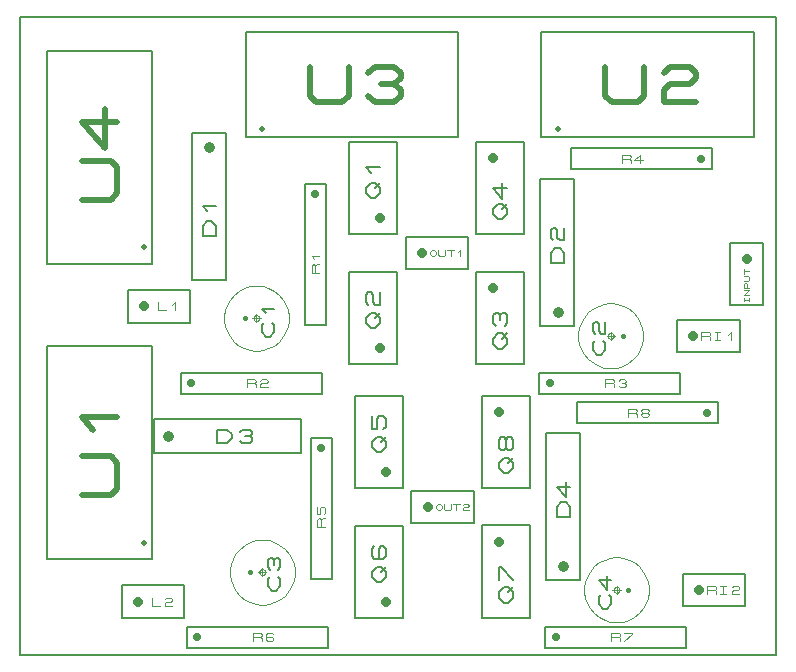
<source format=gbr>
G04 PROTEUS GERBER X2 FILE*
%TF.GenerationSoftware,Labcenter,Proteus,8.13-SP0-Build31525*%
%TF.CreationDate,2022-07-19T09:54:05+00:00*%
%TF.FileFunction,AssemblyDrawing,Top*%
%TF.FilePolarity,Positive*%
%TF.Part,Single*%
%TF.SameCoordinates,{6f39dd04-efa5-45c4-8082-559ce8106841}*%
%FSLAX45Y45*%
%MOMM*%
G01*
%TA.AperFunction,Material*%
%ADD19C,0.203200*%
%ADD28C,0.812800*%
%ADD29C,0.082550*%
%ADD72C,0.194730*%
%ADD73C,0.711200*%
%ADD30C,0.110230*%
%ADD31C,0.914400*%
%ADD32C,0.186690*%
%ADD33C,0.050000*%
%ADD34C,0.420000*%
%ADD35C,0.178220*%
%ADD36C,0.066040*%
%TA.AperFunction,Profile*%
%ADD18C,0.203200*%
%TA.AperFunction,Material*%
%ADD37C,0.508000*%
%ADD38C,0.490380*%
%TD.AperFunction*%
D19*
X-6137160Y+8262840D02*
X-5608840Y+8262840D01*
X-5608840Y+8537160D01*
X-6137160Y+8537160D01*
X-6137160Y+8262840D01*
D28*
X-6000000Y+8400000D02*
X-6000000Y+8400000D01*
D29*
X-5932690Y+8408255D02*
X-5914117Y+8424765D01*
X-5895543Y+8424765D01*
X-5876969Y+8408255D01*
X-5876969Y+8391745D01*
X-5895543Y+8375235D01*
X-5914117Y+8375235D01*
X-5932690Y+8391745D01*
X-5932690Y+8408255D01*
X-5858395Y+8424765D02*
X-5858395Y+8383490D01*
X-5849109Y+8375235D01*
X-5811961Y+8375235D01*
X-5802674Y+8383490D01*
X-5802674Y+8424765D01*
X-5784100Y+8424765D02*
X-5728379Y+8424765D01*
X-5756240Y+8424765D02*
X-5756240Y+8375235D01*
X-5691232Y+8408255D02*
X-5672658Y+8424765D01*
X-5672658Y+8375235D01*
D19*
X-6614160Y+8558840D02*
X-6212840Y+8558840D01*
X-6212840Y+9341160D01*
X-6614160Y+9341160D01*
X-6614160Y+8558840D01*
D28*
X-6350000Y+8696000D02*
X-6350000Y+8696000D01*
D72*
X-6432973Y+8863641D02*
X-6471920Y+8907455D01*
X-6471920Y+8951270D01*
X-6432973Y+8995085D01*
X-6394027Y+8995085D01*
X-6355080Y+8951270D01*
X-6355080Y+8907455D01*
X-6394027Y+8863641D01*
X-6432973Y+8863641D01*
X-6394027Y+8951270D02*
X-6355080Y+8995085D01*
X-6432973Y+9082714D02*
X-6471920Y+9126529D01*
X-6355080Y+9126529D01*
D19*
X-6614160Y+7458840D02*
X-6212840Y+7458840D01*
X-6212840Y+8241160D01*
X-6614160Y+8241160D01*
X-6614160Y+7458840D01*
D28*
X-6350000Y+7596000D02*
X-6350000Y+7596000D01*
D72*
X-6432973Y+7763641D02*
X-6471920Y+7807455D01*
X-6471920Y+7851270D01*
X-6432973Y+7895085D01*
X-6394027Y+7895085D01*
X-6355080Y+7851270D01*
X-6355080Y+7807455D01*
X-6394027Y+7763641D01*
X-6432973Y+7763641D01*
X-6394027Y+7851270D02*
X-6355080Y+7895085D01*
X-6452447Y+7960807D02*
X-6471920Y+7982714D01*
X-6471920Y+8048436D01*
X-6452447Y+8070344D01*
X-6432973Y+8070344D01*
X-6413500Y+8048436D01*
X-6413500Y+7982714D01*
X-6394027Y+7960807D01*
X-6355080Y+7960807D01*
X-6355080Y+8070344D01*
D19*
X-5537160Y+7462840D02*
X-5135840Y+7462840D01*
X-5135840Y+8245160D01*
X-5537160Y+8245160D01*
X-5537160Y+7462840D01*
D28*
X-5400000Y+8108000D02*
X-5400000Y+8108000D01*
D72*
X-5355973Y+7589841D02*
X-5394920Y+7633655D01*
X-5394920Y+7677470D01*
X-5355973Y+7721285D01*
X-5317027Y+7721285D01*
X-5278080Y+7677470D01*
X-5278080Y+7633655D01*
X-5317027Y+7589841D01*
X-5355973Y+7589841D01*
X-5317027Y+7677470D02*
X-5278080Y+7721285D01*
X-5375447Y+7787007D02*
X-5394920Y+7808914D01*
X-5394920Y+7874636D01*
X-5375447Y+7896544D01*
X-5355973Y+7896544D01*
X-5336500Y+7874636D01*
X-5317027Y+7896544D01*
X-5297553Y+7896544D01*
X-5278080Y+7874636D01*
X-5278080Y+7808914D01*
X-5297553Y+7787007D01*
X-5336500Y+7830822D02*
X-5336500Y+7874636D01*
D19*
X-5537160Y+8558840D02*
X-5135840Y+8558840D01*
X-5135840Y+9341160D01*
X-5537160Y+9341160D01*
X-5537160Y+8558840D01*
D28*
X-5400000Y+9204000D02*
X-5400000Y+9204000D01*
D72*
X-5355973Y+8685841D02*
X-5394920Y+8729655D01*
X-5394920Y+8773470D01*
X-5355973Y+8817285D01*
X-5317027Y+8817285D01*
X-5278080Y+8773470D01*
X-5278080Y+8729655D01*
X-5317027Y+8685841D01*
X-5355973Y+8685841D01*
X-5317027Y+8773470D02*
X-5278080Y+8817285D01*
X-5317027Y+8992544D02*
X-5317027Y+8861100D01*
X-5394920Y+8948729D01*
X-5278080Y+8948729D01*
D19*
X-6988900Y+7795100D02*
X-6811100Y+7795100D01*
X-6811100Y+8988900D01*
X-6988900Y+8988900D01*
X-6988900Y+7795100D01*
D73*
X-6900000Y+8900000D02*
X-6900000Y+8900000D01*
D30*
X-6866929Y+8230558D02*
X-6933070Y+8230558D01*
X-6933070Y+8292565D01*
X-6922047Y+8304967D01*
X-6911023Y+8304967D01*
X-6900000Y+8292565D01*
X-6900000Y+8230558D01*
X-6900000Y+8292565D02*
X-6888976Y+8304967D01*
X-6866929Y+8304967D01*
X-6911023Y+8354573D02*
X-6933070Y+8379376D01*
X-6866929Y+8379376D01*
D19*
X-7942240Y+8169700D02*
X-7655220Y+8169700D01*
X-7655220Y+9414300D01*
X-7942240Y+9414300D01*
X-7942240Y+8169700D01*
D31*
X-7800000Y+9300000D02*
X-7800000Y+9300000D01*
D32*
X-7742723Y+8543969D02*
X-7854737Y+8543969D01*
X-7854737Y+8627979D01*
X-7817399Y+8669984D01*
X-7780061Y+8669984D01*
X-7742723Y+8627979D01*
X-7742723Y+8543969D01*
X-7817399Y+8753995D02*
X-7854737Y+8796000D01*
X-7742723Y+8796000D01*
D19*
X-8038900Y+7211100D02*
X-6845100Y+7211100D01*
X-6845100Y+7388900D01*
X-8038900Y+7388900D01*
X-8038900Y+7211100D01*
D73*
X-7950000Y+7300000D02*
X-7950000Y+7300000D01*
D30*
X-7478982Y+7266929D02*
X-7478982Y+7333070D01*
X-7416975Y+7333070D01*
X-7404573Y+7322047D01*
X-7404573Y+7311023D01*
X-7416975Y+7300000D01*
X-7478982Y+7300000D01*
X-7416975Y+7300000D02*
X-7404573Y+7288976D01*
X-7404573Y+7266929D01*
X-7367369Y+7322047D02*
X-7354967Y+7333070D01*
X-7317763Y+7333070D01*
X-7305361Y+7322047D01*
X-7305361Y+7311023D01*
X-7317763Y+7300000D01*
X-7354967Y+7300000D01*
X-7367369Y+7288976D01*
X-7367369Y+7266929D01*
X-7305361Y+7266929D01*
D19*
X-4738900Y+9111100D02*
X-3545100Y+9111100D01*
X-3545100Y+9288900D01*
X-4738900Y+9288900D01*
X-4738900Y+9111100D01*
D73*
X-3634000Y+9200000D02*
X-3634000Y+9200000D01*
D30*
X-4303442Y+9166929D02*
X-4303442Y+9233070D01*
X-4241435Y+9233070D01*
X-4229033Y+9222047D01*
X-4229033Y+9211023D01*
X-4241435Y+9200000D01*
X-4303442Y+9200000D01*
X-4241435Y+9200000D02*
X-4229033Y+9188976D01*
X-4229033Y+9166929D01*
X-4129821Y+9188976D02*
X-4204230Y+9188976D01*
X-4154624Y+9233070D01*
X-4154624Y+9166929D01*
D19*
X-5004900Y+7211100D02*
X-3811100Y+7211100D01*
X-3811100Y+7388900D01*
X-5004900Y+7388900D01*
X-5004900Y+7211100D01*
D73*
X-4916000Y+7300000D02*
X-4916000Y+7300000D01*
D30*
X-4444982Y+7266929D02*
X-4444982Y+7333070D01*
X-4382975Y+7333070D01*
X-4370573Y+7322047D01*
X-4370573Y+7311023D01*
X-4382975Y+7300000D01*
X-4444982Y+7300000D01*
X-4382975Y+7300000D02*
X-4370573Y+7288976D01*
X-4370573Y+7266929D01*
X-4333369Y+7322047D02*
X-4320967Y+7333070D01*
X-4283763Y+7333070D01*
X-4271361Y+7322047D01*
X-4271361Y+7311023D01*
X-4283763Y+7300000D01*
X-4271361Y+7288976D01*
X-4271361Y+7277952D01*
X-4283763Y+7266929D01*
X-4320967Y+7266929D01*
X-4333369Y+7277952D01*
X-4308566Y+7300000D02*
X-4283763Y+7300000D01*
D33*
X-7125000Y+7850000D02*
X-7125891Y+7872117D01*
X-7133125Y+7916353D01*
X-7148216Y+7960589D01*
X-7172724Y+8004825D01*
X-7210152Y+8048954D01*
X-7254388Y+8083286D01*
X-7298624Y+8105632D01*
X-7342860Y+8118998D01*
X-7387096Y+8124697D01*
X-7400000Y+8125000D01*
X-7675000Y+7850000D02*
X-7674109Y+7872117D01*
X-7666875Y+7916353D01*
X-7651784Y+7960589D01*
X-7627276Y+8004825D01*
X-7589848Y+8048954D01*
X-7545612Y+8083286D01*
X-7501376Y+8105632D01*
X-7457140Y+8118998D01*
X-7412904Y+8124697D01*
X-7400000Y+8125000D01*
X-7675000Y+7850000D02*
X-7674109Y+7827883D01*
X-7666875Y+7783647D01*
X-7651784Y+7739411D01*
X-7627276Y+7695175D01*
X-7589848Y+7651046D01*
X-7545612Y+7616714D01*
X-7501376Y+7594368D01*
X-7457140Y+7581002D01*
X-7412904Y+7575303D01*
X-7400000Y+7575000D01*
X-7125000Y+7850000D02*
X-7125891Y+7827883D01*
X-7133125Y+7783647D01*
X-7148216Y+7739411D01*
X-7172724Y+7695175D01*
X-7210152Y+7651046D01*
X-7254388Y+7616714D01*
X-7298624Y+7594368D01*
X-7342860Y+7581002D01*
X-7387096Y+7575303D01*
X-7400000Y+7575000D01*
X-7375000Y+7850000D02*
X-7375086Y+7852076D01*
X-7375788Y+7856229D01*
X-7377258Y+7860382D01*
X-7379660Y+7864535D01*
X-7383333Y+7868634D01*
X-7387486Y+7871643D01*
X-7391639Y+7873560D01*
X-7395792Y+7874643D01*
X-7399945Y+7875000D01*
X-7400000Y+7875000D01*
X-7425000Y+7850000D02*
X-7424914Y+7852076D01*
X-7424212Y+7856229D01*
X-7422742Y+7860382D01*
X-7420340Y+7864535D01*
X-7416667Y+7868634D01*
X-7412514Y+7871643D01*
X-7408361Y+7873560D01*
X-7404208Y+7874643D01*
X-7400055Y+7875000D01*
X-7400000Y+7875000D01*
X-7425000Y+7850000D02*
X-7424914Y+7847924D01*
X-7424212Y+7843771D01*
X-7422742Y+7839618D01*
X-7420340Y+7835465D01*
X-7416667Y+7831366D01*
X-7412514Y+7828357D01*
X-7408361Y+7826440D01*
X-7404208Y+7825357D01*
X-7400055Y+7825000D01*
X-7400000Y+7825000D01*
X-7375000Y+7850000D02*
X-7375086Y+7847924D01*
X-7375788Y+7843771D01*
X-7377258Y+7839618D01*
X-7379660Y+7835465D01*
X-7383333Y+7831366D01*
X-7387486Y+7828357D01*
X-7391639Y+7826440D01*
X-7395792Y+7825357D01*
X-7399945Y+7825000D01*
X-7400000Y+7825000D01*
X-7365000Y+7850000D02*
X-7435000Y+7850000D01*
X-7400000Y+7885000D02*
X-7400000Y+7815000D01*
D34*
X-7500000Y+7850000D02*
X-7500000Y+7850000D01*
D35*
X-7265104Y+7809899D02*
X-7247282Y+7789848D01*
X-7247282Y+7729697D01*
X-7282927Y+7689597D01*
X-7318572Y+7689597D01*
X-7354217Y+7729697D01*
X-7354217Y+7789848D01*
X-7336395Y+7809899D01*
X-7318572Y+7890100D02*
X-7354217Y+7930201D01*
X-7247282Y+7930201D01*
D33*
X-4125000Y+7700000D02*
X-4125891Y+7722117D01*
X-4133125Y+7766353D01*
X-4148216Y+7810589D01*
X-4172724Y+7854825D01*
X-4210152Y+7898954D01*
X-4254388Y+7933286D01*
X-4298624Y+7955632D01*
X-4342860Y+7968998D01*
X-4387096Y+7974697D01*
X-4400000Y+7975000D01*
X-4675000Y+7700000D02*
X-4674109Y+7722117D01*
X-4666875Y+7766353D01*
X-4651784Y+7810589D01*
X-4627276Y+7854825D01*
X-4589848Y+7898954D01*
X-4545612Y+7933286D01*
X-4501376Y+7955632D01*
X-4457140Y+7968998D01*
X-4412904Y+7974697D01*
X-4400000Y+7975000D01*
X-4675000Y+7700000D02*
X-4674109Y+7677883D01*
X-4666875Y+7633647D01*
X-4651784Y+7589411D01*
X-4627276Y+7545175D01*
X-4589848Y+7501046D01*
X-4545612Y+7466714D01*
X-4501376Y+7444368D01*
X-4457140Y+7431002D01*
X-4412904Y+7425303D01*
X-4400000Y+7425000D01*
X-4125000Y+7700000D02*
X-4125891Y+7677883D01*
X-4133125Y+7633647D01*
X-4148216Y+7589411D01*
X-4172724Y+7545175D01*
X-4210152Y+7501046D01*
X-4254388Y+7466714D01*
X-4298624Y+7444368D01*
X-4342860Y+7431002D01*
X-4387096Y+7425303D01*
X-4400000Y+7425000D01*
X-4375000Y+7700000D02*
X-4375086Y+7702076D01*
X-4375788Y+7706229D01*
X-4377258Y+7710382D01*
X-4379660Y+7714535D01*
X-4383333Y+7718634D01*
X-4387486Y+7721643D01*
X-4391639Y+7723560D01*
X-4395792Y+7724643D01*
X-4399945Y+7725000D01*
X-4400000Y+7725000D01*
X-4425000Y+7700000D02*
X-4424914Y+7702076D01*
X-4424212Y+7706229D01*
X-4422742Y+7710382D01*
X-4420340Y+7714535D01*
X-4416667Y+7718634D01*
X-4412514Y+7721643D01*
X-4408361Y+7723560D01*
X-4404208Y+7724643D01*
X-4400055Y+7725000D01*
X-4400000Y+7725000D01*
X-4425000Y+7700000D02*
X-4424914Y+7697924D01*
X-4424212Y+7693771D01*
X-4422742Y+7689618D01*
X-4420340Y+7685465D01*
X-4416667Y+7681366D01*
X-4412514Y+7678357D01*
X-4408361Y+7676440D01*
X-4404208Y+7675357D01*
X-4400055Y+7675000D01*
X-4400000Y+7675000D01*
X-4375000Y+7700000D02*
X-4375086Y+7697924D01*
X-4375788Y+7693771D01*
X-4377258Y+7689618D01*
X-4379660Y+7685465D01*
X-4383333Y+7681366D01*
X-4387486Y+7678357D01*
X-4391639Y+7676440D01*
X-4395792Y+7675357D01*
X-4399945Y+7675000D01*
X-4400000Y+7675000D01*
X-4435000Y+7700000D02*
X-4365000Y+7700000D01*
X-4400000Y+7665000D02*
X-4400000Y+7735000D01*
D34*
X-4300000Y+7700000D02*
X-4300000Y+7700000D01*
D35*
X-4463604Y+7659899D02*
X-4445782Y+7639848D01*
X-4445782Y+7579697D01*
X-4481427Y+7539597D01*
X-4517072Y+7539597D01*
X-4552717Y+7579697D01*
X-4552717Y+7639848D01*
X-4534895Y+7659899D01*
X-4534895Y+7720050D02*
X-4552717Y+7740100D01*
X-4552717Y+7800251D01*
X-4534895Y+7820302D01*
X-4517072Y+7820302D01*
X-4499250Y+7800251D01*
X-4499250Y+7740100D01*
X-4481427Y+7720050D01*
X-4445782Y+7720050D01*
X-4445782Y+7820302D01*
D19*
X-4994780Y+7785700D02*
X-4707760Y+7785700D01*
X-4707760Y+9030300D01*
X-4994780Y+9030300D01*
X-4994780Y+7785700D01*
D31*
X-4850000Y+7900000D02*
X-4850000Y+7900000D01*
D32*
X-4795263Y+8319989D02*
X-4907277Y+8319989D01*
X-4907277Y+8403999D01*
X-4869939Y+8446004D01*
X-4832601Y+8446004D01*
X-4795263Y+8403999D01*
X-4795263Y+8319989D01*
X-4888608Y+8509012D02*
X-4907277Y+8530015D01*
X-4907277Y+8593023D01*
X-4888608Y+8614025D01*
X-4869939Y+8614025D01*
X-4851270Y+8593023D01*
X-4851270Y+8530015D01*
X-4832601Y+8509012D01*
X-4795263Y+8509012D01*
X-4795263Y+8614025D01*
D19*
X-8491160Y+7812840D02*
X-7962840Y+7812840D01*
X-7962840Y+8087160D01*
X-8491160Y+8087160D01*
X-8491160Y+7812840D01*
D28*
X-8354000Y+7950000D02*
X-8354000Y+7950000D01*
D30*
X-8237159Y+7983019D02*
X-8237159Y+7916980D01*
X-8162865Y+7916980D01*
X-8113336Y+7961006D02*
X-8088571Y+7983019D01*
X-8088571Y+7916980D01*
D19*
X-3837160Y+7562840D02*
X-3308840Y+7562840D01*
X-3308840Y+7837160D01*
X-3837160Y+7837160D01*
X-3837160Y+7562840D01*
D28*
X-3700000Y+7700000D02*
X-3700000Y+7700000D01*
D30*
X-3632688Y+7666980D02*
X-3632688Y+7733019D01*
X-3570777Y+7733019D01*
X-3558394Y+7722013D01*
X-3558394Y+7711006D01*
X-3570777Y+7700000D01*
X-3632688Y+7700000D01*
X-3570777Y+7700000D02*
X-3558394Y+7688993D01*
X-3558394Y+7666980D01*
X-3521247Y+7733019D02*
X-3471718Y+7733019D01*
X-3496482Y+7733019D02*
X-3496482Y+7666980D01*
X-3521247Y+7666980D02*
X-3471718Y+7666980D01*
X-3409806Y+7711006D02*
X-3385041Y+7733019D01*
X-3385041Y+7666980D01*
D19*
X-3387160Y+7958840D02*
X-3112840Y+7958840D01*
X-3112840Y+8487160D01*
X-3387160Y+8487160D01*
X-3387160Y+7958840D01*
D28*
X-3250000Y+8350000D02*
X-3250000Y+8350000D01*
D36*
X-3269812Y+7992939D02*
X-3269812Y+8022657D01*
X-3269812Y+8007798D02*
X-3230188Y+8007798D01*
X-3230188Y+7992939D02*
X-3230188Y+8022657D01*
X-3230188Y+8044946D02*
X-3269812Y+8044946D01*
X-3230188Y+8089523D01*
X-3269812Y+8089523D01*
X-3230188Y+8104382D02*
X-3269812Y+8104382D01*
X-3269812Y+8141529D01*
X-3263208Y+8148959D01*
X-3256604Y+8148959D01*
X-3250000Y+8141529D01*
X-3250000Y+8104382D01*
X-3269812Y+8163818D02*
X-3236792Y+8163818D01*
X-3230188Y+8171247D01*
X-3230188Y+8200965D01*
X-3236792Y+8208395D01*
X-3269812Y+8208395D01*
X-3269812Y+8223254D02*
X-3269812Y+8267831D01*
X-3269812Y+8245542D02*
X-3230188Y+8245542D01*
D18*
X-9400000Y+5000000D02*
X-3000000Y+5000000D01*
X-3000000Y+10400000D01*
X-9400000Y+10400000D01*
X-9400000Y+5000000D01*
D19*
X-6087160Y+6112840D02*
X-5558840Y+6112840D01*
X-5558840Y+6387160D01*
X-6087160Y+6387160D01*
X-6087160Y+6112840D01*
D28*
X-5950000Y+6250000D02*
X-5950000Y+6250000D01*
D29*
X-5882690Y+6258255D02*
X-5864117Y+6274765D01*
X-5845543Y+6274765D01*
X-5826969Y+6258255D01*
X-5826969Y+6241745D01*
X-5845543Y+6225235D01*
X-5864117Y+6225235D01*
X-5882690Y+6241745D01*
X-5882690Y+6258255D01*
X-5808395Y+6274765D02*
X-5808395Y+6233490D01*
X-5799109Y+6225235D01*
X-5761961Y+6225235D01*
X-5752674Y+6233490D01*
X-5752674Y+6274765D01*
X-5734100Y+6274765D02*
X-5678379Y+6274765D01*
X-5706240Y+6274765D02*
X-5706240Y+6225235D01*
X-5650519Y+6266510D02*
X-5641232Y+6274765D01*
X-5613371Y+6274765D01*
X-5604084Y+6266510D01*
X-5604084Y+6258255D01*
X-5613371Y+6250000D01*
X-5641232Y+6250000D01*
X-5650519Y+6241745D01*
X-5650519Y+6225235D01*
X-5604084Y+6225235D01*
D19*
X-6564160Y+6408840D02*
X-6162840Y+6408840D01*
X-6162840Y+7191160D01*
X-6564160Y+7191160D01*
X-6564160Y+6408840D01*
D28*
X-6300000Y+6546000D02*
X-6300000Y+6546000D01*
D72*
X-6382973Y+6713641D02*
X-6421920Y+6757455D01*
X-6421920Y+6801270D01*
X-6382973Y+6845085D01*
X-6344027Y+6845085D01*
X-6305080Y+6801270D01*
X-6305080Y+6757455D01*
X-6344027Y+6713641D01*
X-6382973Y+6713641D01*
X-6344027Y+6801270D02*
X-6305080Y+6845085D01*
X-6421920Y+7020344D02*
X-6421920Y+6910807D01*
X-6382973Y+6910807D01*
X-6382973Y+6998436D01*
X-6363500Y+7020344D01*
X-6324553Y+7020344D01*
X-6305080Y+6998436D01*
X-6305080Y+6932714D01*
X-6324553Y+6910807D01*
D19*
X-6564160Y+5308840D02*
X-6162840Y+5308840D01*
X-6162840Y+6091160D01*
X-6564160Y+6091160D01*
X-6564160Y+5308840D01*
D28*
X-6300000Y+5446000D02*
X-6300000Y+5446000D01*
D72*
X-6382973Y+5613641D02*
X-6421920Y+5657455D01*
X-6421920Y+5701270D01*
X-6382973Y+5745085D01*
X-6344027Y+5745085D01*
X-6305080Y+5701270D01*
X-6305080Y+5657455D01*
X-6344027Y+5613641D01*
X-6382973Y+5613641D01*
X-6344027Y+5701270D02*
X-6305080Y+5745085D01*
X-6402447Y+5920344D02*
X-6421920Y+5898436D01*
X-6421920Y+5832714D01*
X-6402447Y+5810807D01*
X-6324553Y+5810807D01*
X-6305080Y+5832714D01*
X-6305080Y+5898436D01*
X-6324553Y+5920344D01*
X-6344027Y+5920344D01*
X-6363500Y+5898436D01*
X-6363500Y+5810807D01*
D19*
X-5487160Y+5312840D02*
X-5085840Y+5312840D01*
X-5085840Y+6095160D01*
X-5487160Y+6095160D01*
X-5487160Y+5312840D01*
D28*
X-5350000Y+5958000D02*
X-5350000Y+5958000D01*
D72*
X-5305973Y+5439841D02*
X-5344920Y+5483655D01*
X-5344920Y+5527470D01*
X-5305973Y+5571285D01*
X-5267027Y+5571285D01*
X-5228080Y+5527470D01*
X-5228080Y+5483655D01*
X-5267027Y+5439841D01*
X-5305973Y+5439841D01*
X-5267027Y+5527470D02*
X-5228080Y+5571285D01*
X-5344920Y+5637007D02*
X-5344920Y+5746544D01*
X-5325447Y+5746544D01*
X-5228080Y+5637007D01*
D19*
X-5487160Y+6408840D02*
X-5085840Y+6408840D01*
X-5085840Y+7191160D01*
X-5487160Y+7191160D01*
X-5487160Y+6408840D01*
D28*
X-5350000Y+7054000D02*
X-5350000Y+7054000D01*
D72*
X-5305973Y+6535841D02*
X-5344920Y+6579655D01*
X-5344920Y+6623470D01*
X-5305973Y+6667285D01*
X-5267027Y+6667285D01*
X-5228080Y+6623470D01*
X-5228080Y+6579655D01*
X-5267027Y+6535841D01*
X-5305973Y+6535841D01*
X-5267027Y+6623470D02*
X-5228080Y+6667285D01*
X-5286500Y+6754914D02*
X-5305973Y+6733007D01*
X-5325447Y+6733007D01*
X-5344920Y+6754914D01*
X-5344920Y+6820636D01*
X-5325447Y+6842544D01*
X-5305973Y+6842544D01*
X-5286500Y+6820636D01*
X-5286500Y+6754914D01*
X-5267027Y+6733007D01*
X-5247553Y+6733007D01*
X-5228080Y+6754914D01*
X-5228080Y+6820636D01*
X-5247553Y+6842544D01*
X-5267027Y+6842544D01*
X-5286500Y+6820636D01*
D19*
X-6938900Y+5645100D02*
X-6761100Y+5645100D01*
X-6761100Y+6838900D01*
X-6938900Y+6838900D01*
X-6938900Y+5645100D01*
D73*
X-6850000Y+6750000D02*
X-6850000Y+6750000D01*
D30*
X-6816929Y+6080558D02*
X-6883070Y+6080558D01*
X-6883070Y+6142565D01*
X-6872047Y+6154967D01*
X-6861023Y+6154967D01*
X-6850000Y+6142565D01*
X-6850000Y+6080558D01*
X-6850000Y+6142565D02*
X-6838976Y+6154967D01*
X-6816929Y+6154967D01*
X-6883070Y+6254179D02*
X-6883070Y+6192171D01*
X-6861023Y+6192171D01*
X-6861023Y+6241777D01*
X-6850000Y+6254179D01*
X-6827952Y+6254179D01*
X-6816929Y+6241777D01*
X-6816929Y+6204573D01*
X-6827952Y+6192171D01*
D19*
X-8264300Y+6707760D02*
X-7019700Y+6707760D01*
X-7019700Y+6994780D01*
X-8264300Y+6994780D01*
X-8264300Y+6707760D01*
D31*
X-8150000Y+6850000D02*
X-8150000Y+6850000D01*
D32*
X-7730011Y+6795263D02*
X-7730011Y+6907277D01*
X-7646001Y+6907277D01*
X-7603996Y+6869939D01*
X-7603996Y+6832601D01*
X-7646001Y+6795263D01*
X-7730011Y+6795263D01*
X-7540988Y+6888608D02*
X-7519985Y+6907277D01*
X-7456977Y+6907277D01*
X-7435975Y+6888608D01*
X-7435975Y+6869939D01*
X-7456977Y+6851270D01*
X-7435975Y+6832601D01*
X-7435975Y+6813932D01*
X-7456977Y+6795263D01*
X-7519985Y+6795263D01*
X-7540988Y+6813932D01*
X-7498983Y+6851270D02*
X-7456977Y+6851270D01*
D19*
X-7988900Y+5061100D02*
X-6795100Y+5061100D01*
X-6795100Y+5238900D01*
X-7988900Y+5238900D01*
X-7988900Y+5061100D01*
D73*
X-7900000Y+5150000D02*
X-7900000Y+5150000D01*
D30*
X-7428982Y+5116929D02*
X-7428982Y+5183070D01*
X-7366975Y+5183070D01*
X-7354573Y+5172047D01*
X-7354573Y+5161023D01*
X-7366975Y+5150000D01*
X-7428982Y+5150000D01*
X-7366975Y+5150000D02*
X-7354573Y+5138976D01*
X-7354573Y+5116929D01*
X-7255361Y+5172047D02*
X-7267763Y+5183070D01*
X-7304967Y+5183070D01*
X-7317369Y+5172047D01*
X-7317369Y+5127952D01*
X-7304967Y+5116929D01*
X-7267763Y+5116929D01*
X-7255361Y+5127952D01*
X-7255361Y+5138976D01*
X-7267763Y+5150000D01*
X-7317369Y+5150000D01*
D19*
X-4688900Y+6961100D02*
X-3495100Y+6961100D01*
X-3495100Y+7138900D01*
X-4688900Y+7138900D01*
X-4688900Y+6961100D01*
D73*
X-3584000Y+7050000D02*
X-3584000Y+7050000D01*
D30*
X-4253442Y+7016929D02*
X-4253442Y+7083070D01*
X-4191435Y+7083070D01*
X-4179033Y+7072047D01*
X-4179033Y+7061023D01*
X-4191435Y+7050000D01*
X-4253442Y+7050000D01*
X-4191435Y+7050000D02*
X-4179033Y+7038976D01*
X-4179033Y+7016929D01*
X-4129427Y+7050000D02*
X-4141829Y+7061023D01*
X-4141829Y+7072047D01*
X-4129427Y+7083070D01*
X-4092223Y+7083070D01*
X-4079821Y+7072047D01*
X-4079821Y+7061023D01*
X-4092223Y+7050000D01*
X-4129427Y+7050000D01*
X-4141829Y+7038976D01*
X-4141829Y+7027952D01*
X-4129427Y+7016929D01*
X-4092223Y+7016929D01*
X-4079821Y+7027952D01*
X-4079821Y+7038976D01*
X-4092223Y+7050000D01*
D19*
X-4954900Y+5061100D02*
X-3761100Y+5061100D01*
X-3761100Y+5238900D01*
X-4954900Y+5238900D01*
X-4954900Y+5061100D01*
D73*
X-4866000Y+5150000D02*
X-4866000Y+5150000D01*
D30*
X-4394982Y+5116929D02*
X-4394982Y+5183070D01*
X-4332975Y+5183070D01*
X-4320573Y+5172047D01*
X-4320573Y+5161023D01*
X-4332975Y+5150000D01*
X-4394982Y+5150000D01*
X-4332975Y+5150000D02*
X-4320573Y+5138976D01*
X-4320573Y+5116929D01*
X-4283369Y+5183070D02*
X-4221361Y+5183070D01*
X-4221361Y+5172047D01*
X-4283369Y+5116929D01*
D33*
X-7075000Y+5700000D02*
X-7075891Y+5722117D01*
X-7083125Y+5766353D01*
X-7098216Y+5810589D01*
X-7122724Y+5854825D01*
X-7160152Y+5898954D01*
X-7204388Y+5933286D01*
X-7248624Y+5955632D01*
X-7292860Y+5968998D01*
X-7337096Y+5974697D01*
X-7350000Y+5975000D01*
X-7625000Y+5700000D02*
X-7624109Y+5722117D01*
X-7616875Y+5766353D01*
X-7601784Y+5810589D01*
X-7577276Y+5854825D01*
X-7539848Y+5898954D01*
X-7495612Y+5933286D01*
X-7451376Y+5955632D01*
X-7407140Y+5968998D01*
X-7362904Y+5974697D01*
X-7350000Y+5975000D01*
X-7625000Y+5700000D02*
X-7624109Y+5677883D01*
X-7616875Y+5633647D01*
X-7601784Y+5589411D01*
X-7577276Y+5545175D01*
X-7539848Y+5501046D01*
X-7495612Y+5466714D01*
X-7451376Y+5444368D01*
X-7407140Y+5431002D01*
X-7362904Y+5425303D01*
X-7350000Y+5425000D01*
X-7075000Y+5700000D02*
X-7075891Y+5677883D01*
X-7083125Y+5633647D01*
X-7098216Y+5589411D01*
X-7122724Y+5545175D01*
X-7160152Y+5501046D01*
X-7204388Y+5466714D01*
X-7248624Y+5444368D01*
X-7292860Y+5431002D01*
X-7337096Y+5425303D01*
X-7350000Y+5425000D01*
X-7325000Y+5700000D02*
X-7325086Y+5702076D01*
X-7325788Y+5706229D01*
X-7327258Y+5710382D01*
X-7329660Y+5714535D01*
X-7333333Y+5718634D01*
X-7337486Y+5721643D01*
X-7341639Y+5723560D01*
X-7345792Y+5724643D01*
X-7349945Y+5725000D01*
X-7350000Y+5725000D01*
X-7375000Y+5700000D02*
X-7374914Y+5702076D01*
X-7374212Y+5706229D01*
X-7372742Y+5710382D01*
X-7370340Y+5714535D01*
X-7366667Y+5718634D01*
X-7362514Y+5721643D01*
X-7358361Y+5723560D01*
X-7354208Y+5724643D01*
X-7350055Y+5725000D01*
X-7350000Y+5725000D01*
X-7375000Y+5700000D02*
X-7374914Y+5697924D01*
X-7374212Y+5693771D01*
X-7372742Y+5689618D01*
X-7370340Y+5685465D01*
X-7366667Y+5681366D01*
X-7362514Y+5678357D01*
X-7358361Y+5676440D01*
X-7354208Y+5675357D01*
X-7350055Y+5675000D01*
X-7350000Y+5675000D01*
X-7325000Y+5700000D02*
X-7325086Y+5697924D01*
X-7325788Y+5693771D01*
X-7327258Y+5689618D01*
X-7329660Y+5685465D01*
X-7333333Y+5681366D01*
X-7337486Y+5678357D01*
X-7341639Y+5676440D01*
X-7345792Y+5675357D01*
X-7349945Y+5675000D01*
X-7350000Y+5675000D01*
X-7315000Y+5700000D02*
X-7385000Y+5700000D01*
X-7350000Y+5735000D02*
X-7350000Y+5665000D01*
D34*
X-7450000Y+5700000D02*
X-7450000Y+5700000D01*
D35*
X-7215104Y+5659899D02*
X-7197282Y+5639848D01*
X-7197282Y+5579697D01*
X-7232927Y+5539597D01*
X-7268572Y+5539597D01*
X-7304217Y+5579697D01*
X-7304217Y+5639848D01*
X-7286395Y+5659899D01*
X-7286395Y+5720050D02*
X-7304217Y+5740100D01*
X-7304217Y+5800251D01*
X-7286395Y+5820302D01*
X-7268572Y+5820302D01*
X-7250750Y+5800251D01*
X-7232927Y+5820302D01*
X-7215104Y+5820302D01*
X-7197282Y+5800251D01*
X-7197282Y+5740100D01*
X-7215104Y+5720050D01*
X-7250750Y+5760151D02*
X-7250750Y+5800251D01*
D33*
X-4075000Y+5550000D02*
X-4075891Y+5572117D01*
X-4083125Y+5616353D01*
X-4098216Y+5660589D01*
X-4122724Y+5704825D01*
X-4160152Y+5748954D01*
X-4204388Y+5783286D01*
X-4248624Y+5805632D01*
X-4292860Y+5818998D01*
X-4337096Y+5824697D01*
X-4350000Y+5825000D01*
X-4625000Y+5550000D02*
X-4624109Y+5572117D01*
X-4616875Y+5616353D01*
X-4601784Y+5660589D01*
X-4577276Y+5704825D01*
X-4539848Y+5748954D01*
X-4495612Y+5783286D01*
X-4451376Y+5805632D01*
X-4407140Y+5818998D01*
X-4362904Y+5824697D01*
X-4350000Y+5825000D01*
X-4625000Y+5550000D02*
X-4624109Y+5527883D01*
X-4616875Y+5483647D01*
X-4601784Y+5439411D01*
X-4577276Y+5395175D01*
X-4539848Y+5351046D01*
X-4495612Y+5316714D01*
X-4451376Y+5294368D01*
X-4407140Y+5281002D01*
X-4362904Y+5275303D01*
X-4350000Y+5275000D01*
X-4075000Y+5550000D02*
X-4075891Y+5527883D01*
X-4083125Y+5483647D01*
X-4098216Y+5439411D01*
X-4122724Y+5395175D01*
X-4160152Y+5351046D01*
X-4204388Y+5316714D01*
X-4248624Y+5294368D01*
X-4292860Y+5281002D01*
X-4337096Y+5275303D01*
X-4350000Y+5275000D01*
X-4325000Y+5550000D02*
X-4325086Y+5552076D01*
X-4325788Y+5556229D01*
X-4327258Y+5560382D01*
X-4329660Y+5564535D01*
X-4333333Y+5568634D01*
X-4337486Y+5571643D01*
X-4341639Y+5573560D01*
X-4345792Y+5574643D01*
X-4349945Y+5575000D01*
X-4350000Y+5575000D01*
X-4375000Y+5550000D02*
X-4374914Y+5552076D01*
X-4374212Y+5556229D01*
X-4372742Y+5560382D01*
X-4370340Y+5564535D01*
X-4366667Y+5568634D01*
X-4362514Y+5571643D01*
X-4358361Y+5573560D01*
X-4354208Y+5574643D01*
X-4350055Y+5575000D01*
X-4350000Y+5575000D01*
X-4375000Y+5550000D02*
X-4374914Y+5547924D01*
X-4374212Y+5543771D01*
X-4372742Y+5539618D01*
X-4370340Y+5535465D01*
X-4366667Y+5531366D01*
X-4362514Y+5528357D01*
X-4358361Y+5526440D01*
X-4354208Y+5525357D01*
X-4350055Y+5525000D01*
X-4350000Y+5525000D01*
X-4325000Y+5550000D02*
X-4325086Y+5547924D01*
X-4325788Y+5543771D01*
X-4327258Y+5539618D01*
X-4329660Y+5535465D01*
X-4333333Y+5531366D01*
X-4337486Y+5528357D01*
X-4341639Y+5526440D01*
X-4345792Y+5525357D01*
X-4349945Y+5525000D01*
X-4350000Y+5525000D01*
X-4385000Y+5550000D02*
X-4315000Y+5550000D01*
X-4350000Y+5515000D02*
X-4350000Y+5585000D01*
D34*
X-4250000Y+5550000D02*
X-4250000Y+5550000D01*
D35*
X-4413604Y+5509899D02*
X-4395782Y+5489848D01*
X-4395782Y+5429697D01*
X-4431427Y+5389597D01*
X-4467072Y+5389597D01*
X-4502717Y+5429697D01*
X-4502717Y+5489848D01*
X-4484895Y+5509899D01*
X-4431427Y+5670302D02*
X-4431427Y+5550000D01*
X-4502717Y+5630201D01*
X-4395782Y+5630201D01*
D19*
X-4944780Y+5635700D02*
X-4657760Y+5635700D01*
X-4657760Y+6880300D01*
X-4944780Y+6880300D01*
X-4944780Y+5635700D01*
D31*
X-4800000Y+5750000D02*
X-4800000Y+5750000D01*
D32*
X-4745263Y+6169989D02*
X-4857277Y+6169989D01*
X-4857277Y+6253999D01*
X-4819939Y+6296004D01*
X-4782601Y+6296004D01*
X-4745263Y+6253999D01*
X-4745263Y+6169989D01*
X-4782601Y+6464025D02*
X-4782601Y+6338010D01*
X-4857277Y+6422020D01*
X-4745263Y+6422020D01*
D19*
X-8541160Y+5312840D02*
X-8012840Y+5312840D01*
X-8012840Y+5587160D01*
X-8541160Y+5587160D01*
X-8541160Y+5312840D01*
D28*
X-8404000Y+5450000D02*
X-8404000Y+5450000D01*
D30*
X-8287159Y+5483019D02*
X-8287159Y+5416980D01*
X-8212865Y+5416980D01*
X-8175718Y+5472013D02*
X-8163336Y+5483019D01*
X-8126189Y+5483019D01*
X-8113806Y+5472013D01*
X-8113806Y+5461006D01*
X-8126189Y+5450000D01*
X-8163336Y+5450000D01*
X-8175718Y+5438993D01*
X-8175718Y+5416980D01*
X-8113806Y+5416980D01*
D19*
X-3787160Y+5412840D02*
X-3258840Y+5412840D01*
X-3258840Y+5687160D01*
X-3787160Y+5687160D01*
X-3787160Y+5412840D01*
D28*
X-3650000Y+5550000D02*
X-3650000Y+5550000D01*
D30*
X-3582688Y+5516980D02*
X-3582688Y+5583019D01*
X-3520777Y+5583019D01*
X-3508394Y+5572013D01*
X-3508394Y+5561006D01*
X-3520777Y+5550000D01*
X-3582688Y+5550000D01*
X-3520777Y+5550000D02*
X-3508394Y+5538993D01*
X-3508394Y+5516980D01*
X-3471247Y+5583019D02*
X-3421718Y+5583019D01*
X-3446482Y+5583019D02*
X-3446482Y+5516980D01*
X-3471247Y+5516980D02*
X-3421718Y+5516980D01*
X-3372188Y+5572013D02*
X-3359806Y+5583019D01*
X-3322659Y+5583019D01*
X-3310276Y+5572013D01*
X-3310276Y+5561006D01*
X-3322659Y+5550000D01*
X-3359806Y+5550000D01*
X-3372188Y+5538993D01*
X-3372188Y+5516980D01*
X-3310276Y+5516980D01*
D19*
X-9175500Y+5812840D02*
X-8286500Y+5812840D01*
X-8286500Y+7611160D01*
X-9175500Y+7611160D01*
X-9175500Y+5812840D01*
D37*
X-8350000Y+5950000D02*
X-8350000Y+5950000D01*
D38*
X-8878117Y+6351930D02*
X-8632922Y+6351930D01*
X-8583883Y+6407098D01*
X-8583883Y+6627773D01*
X-8632922Y+6682942D01*
X-8878117Y+6682942D01*
X-8780039Y+6903617D02*
X-8878117Y+7013955D01*
X-8583883Y+7013955D01*
D19*
X-4987160Y+9386500D02*
X-3188840Y+9386500D01*
X-3188840Y+10275500D01*
X-4987160Y+10275500D01*
X-4987160Y+9386500D01*
D37*
X-4850000Y+9450000D02*
X-4850000Y+9450000D01*
D38*
X-4448070Y+9978117D02*
X-4448070Y+9732922D01*
X-4392902Y+9683883D01*
X-4172227Y+9683883D01*
X-4117058Y+9732922D01*
X-4117058Y+9978117D01*
X-3951552Y+9929078D02*
X-3896383Y+9978117D01*
X-3730877Y+9978117D01*
X-3675708Y+9929078D01*
X-3675708Y+9880039D01*
X-3730877Y+9831000D01*
X-3896383Y+9831000D01*
X-3951552Y+9781961D01*
X-3951552Y+9683883D01*
X-3675708Y+9683883D01*
D19*
X-7487160Y+9386500D02*
X-5688840Y+9386500D01*
X-5688840Y+10275500D01*
X-7487160Y+10275500D01*
X-7487160Y+9386500D01*
D37*
X-7350000Y+9450000D02*
X-7350000Y+9450000D01*
D38*
X-6948070Y+9978117D02*
X-6948070Y+9732922D01*
X-6892902Y+9683883D01*
X-6672227Y+9683883D01*
X-6617058Y+9732922D01*
X-6617058Y+9978117D01*
X-6451552Y+9929078D02*
X-6396383Y+9978117D01*
X-6230877Y+9978117D01*
X-6175708Y+9929078D01*
X-6175708Y+9880039D01*
X-6230877Y+9831000D01*
X-6175708Y+9781961D01*
X-6175708Y+9732922D01*
X-6230877Y+9683883D01*
X-6396383Y+9683883D01*
X-6451552Y+9732922D01*
X-6341214Y+9831000D02*
X-6230877Y+9831000D01*
D19*
X-9175500Y+8312840D02*
X-8286500Y+8312840D01*
X-8286500Y+10111160D01*
X-9175500Y+10111160D01*
X-9175500Y+8312840D01*
D37*
X-8350000Y+8450000D02*
X-8350000Y+8450000D01*
D38*
X-8878117Y+8851930D02*
X-8632922Y+8851930D01*
X-8583883Y+8907098D01*
X-8583883Y+9127773D01*
X-8632922Y+9182942D01*
X-8878117Y+9182942D01*
X-8681961Y+9624292D02*
X-8681961Y+9293280D01*
X-8878117Y+9513955D01*
X-8583883Y+9513955D01*
M02*

</source>
